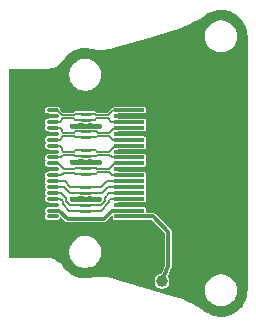
<source format=gbr>
%TF.GenerationSoftware,KiCad,Pcbnew,8.99.0-344-gfbc433deaa*%
%TF.CreationDate,2024-04-11T02:15:12-04:00*%
%TF.ProjectId,typeA,74797065-412e-46b6-9963-61645f706362,rev?*%
%TF.SameCoordinates,Original*%
%TF.FileFunction,Copper,L1,Top*%
%TF.FilePolarity,Positive*%
%FSLAX46Y46*%
G04 Gerber Fmt 4.6, Leading zero omitted, Abs format (unit mm)*
G04 Created by KiCad (PCBNEW 8.99.0-344-gfbc433deaa) date 2024-04-11 02:15:12*
%MOMM*%
%LPD*%
G01*
G04 APERTURE LIST*
G04 Aperture macros list*
%AMRoundRect*
0 Rectangle with rounded corners*
0 $1 Rounding radius*
0 $2 $3 $4 $5 $6 $7 $8 $9 X,Y pos of 4 corners*
0 Add a 4 corners polygon primitive as box body*
4,1,4,$2,$3,$4,$5,$6,$7,$8,$9,$2,$3,0*
0 Add four circle primitives for the rounded corners*
1,1,$1+$1,$2,$3*
1,1,$1+$1,$4,$5*
1,1,$1+$1,$6,$7*
1,1,$1+$1,$8,$9*
0 Add four rect primitives between the rounded corners*
20,1,$1+$1,$2,$3,$4,$5,0*
20,1,$1+$1,$4,$5,$6,$7,0*
20,1,$1+$1,$6,$7,$8,$9,0*
20,1,$1+$1,$8,$9,$2,$3,0*%
G04 Aperture macros list end*
%TA.AperFunction,SMDPad,CuDef*%
%ADD10RoundRect,0.075000X-1.225000X-0.075000X1.225000X-0.075000X1.225000X0.075000X-1.225000X0.075000X0*%
%TD*%
%TA.AperFunction,ComponentPad*%
%ADD11O,3.300000X1.500000*%
%TD*%
%TA.AperFunction,ComponentPad*%
%ADD12O,2.300000X1.500000*%
%TD*%
%TA.AperFunction,SMDPad,CuDef*%
%ADD13RoundRect,0.325000X-0.325000X-0.675000X0.325000X-0.675000X0.325000X0.675000X-0.325000X0.675000X0*%
%TD*%
%TA.AperFunction,SMDPad,CuDef*%
%ADD14RoundRect,0.075000X-0.425000X0.075000X-0.425000X-0.075000X0.425000X-0.075000X0.425000X0.075000X0*%
%TD*%
%TA.AperFunction,SMDPad,CuDef*%
%ADD15RoundRect,0.062500X-0.250000X0.062500X-0.250000X-0.062500X0.250000X-0.062500X0.250000X0.062500X0*%
%TD*%
%TA.AperFunction,SMDPad,CuDef*%
%ADD16RoundRect,0.112500X-0.175000X0.112500X-0.175000X-0.112500X0.175000X-0.112500X0.175000X0.112500X0*%
%TD*%
%TA.AperFunction,SMDPad,CuDef*%
%ADD17RoundRect,0.112500X-0.237500X0.112500X-0.237500X-0.112500X0.237500X-0.112500X0.237500X0.112500X0*%
%TD*%
%TA.AperFunction,SMDPad,CuDef*%
%ADD18C,1.000000*%
%TD*%
%TA.AperFunction,ViaPad*%
%ADD19C,0.450000*%
%TD*%
%TA.AperFunction,Conductor*%
%ADD20C,0.254000*%
%TD*%
%TA.AperFunction,Conductor*%
%ADD21C,0.127000*%
%TD*%
%TA.AperFunction,Conductor*%
%ADD22C,0.304800*%
%TD*%
%TA.AperFunction,Conductor*%
%ADD23C,0.406400*%
%TD*%
G04 APERTURE END LIST*
D10*
%TO.P,J1,1,D2+*%
%TO.N,TMDS2+*%
X173995000Y-93500000D03*
%TO.P,J1,2,D2S*%
%TO.N,GND*%
X173995000Y-94000000D03*
%TO.P,J1,3,D2-*%
%TO.N,TMDS2-*%
X173995000Y-94500000D03*
%TO.P,J1,4,D1+*%
%TO.N,TMDS1+*%
X173995000Y-95000000D03*
%TO.P,J1,5,D1S*%
%TO.N,GND*%
X173995000Y-95500000D03*
%TO.P,J1,6,D1-*%
%TO.N,TMDS1-*%
X173995000Y-96000000D03*
%TO.P,J1,7,D0+*%
%TO.N,TMDS0+*%
X173995000Y-96500000D03*
%TO.P,J1,8,D0S*%
%TO.N,GND*%
X173995000Y-97000000D03*
%TO.P,J1,9,D0-*%
%TO.N,TMDS0-*%
X173995000Y-97500000D03*
%TO.P,J1,10,CK+*%
%TO.N,TMDSClk+*%
X173995000Y-98000000D03*
%TO.P,J1,11,CKS*%
%TO.N,GND*%
X173995000Y-98500000D03*
%TO.P,J1,12,CK-*%
%TO.N,TMDSClk-*%
X173995000Y-99000000D03*
%TO.P,J1,13,CEC*%
%TO.N,CEC*%
X173995000Y-99500000D03*
%TO.P,J1,14,UTILITY*%
%TO.N,UTL*%
X173995000Y-100000000D03*
%TO.P,J1,15,SCL*%
%TO.N,SCL*%
X173995000Y-100500000D03*
%TO.P,J1,16,SDA*%
%TO.N,SDA*%
X173995000Y-101000000D03*
%TO.P,J1,17,GND*%
%TO.N,GND*%
X173995000Y-101500000D03*
%TO.P,J1,18,+5V*%
%TO.N,+5V*%
X173995000Y-102000000D03*
%TO.P,J1,19,HPD*%
%TO.N,Net-(J1-HPD)*%
X173995000Y-102500000D03*
D11*
%TO.P,J1,SH,SH*%
%TO.N,GND*%
X174755000Y-90750000D03*
X174755000Y-105250000D03*
D12*
X180715000Y-90750000D03*
X180715000Y-105250000D03*
%TD*%
D13*
%TO.P,J2,MP2,MP2*%
%TO.N,GND*%
X164800000Y-104800000D03*
%TO.P,J2,MP1,MP1*%
X164800000Y-91200000D03*
D14*
%TO.P,J2,19,19*%
%TO.N,unconnected-(J2-Pad19)*%
X167500000Y-102500000D03*
%TO.P,J2,18,18*%
%TO.N,+5V*%
X167500000Y-102000000D03*
%TO.P,J2,17,17*%
%TO.N,GND*%
X167500000Y-101500000D03*
%TO.P,J2,16,16*%
%TO.N,SDA*%
X167500000Y-101000000D03*
%TO.P,J2,15,15*%
%TO.N,SCL*%
X167500000Y-100500000D03*
%TO.P,J2,14,14*%
%TO.N,UTL*%
X167500000Y-100000000D03*
%TO.P,J2,13,13*%
%TO.N,CEC*%
X167500000Y-99500000D03*
%TO.P,J2,12,12*%
%TO.N,TMDSClk-*%
X167500000Y-99000000D03*
%TO.P,J2,11,11*%
%TO.N,GND*%
X167500000Y-98500000D03*
%TO.P,J2,10,10*%
%TO.N,TMDSClk+*%
X167500000Y-98000000D03*
%TO.P,J2,9,9*%
%TO.N,TMDS0-*%
X167500000Y-97500000D03*
%TO.P,J2,8,8*%
%TO.N,GND*%
X167500000Y-97000000D03*
%TO.P,J2,7,7*%
%TO.N,TMDS0+*%
X167500000Y-96500000D03*
%TO.P,J2,6,6*%
%TO.N,TMDS1-*%
X167500000Y-96000000D03*
%TO.P,J2,5,5*%
%TO.N,GND*%
X167500000Y-95500000D03*
%TO.P,J2,4,4*%
%TO.N,TMDS1+*%
X167500000Y-95000000D03*
%TO.P,J2,3,3*%
%TO.N,TMDS2-*%
X167500000Y-94500000D03*
%TO.P,J2,2,2*%
%TO.N,GND*%
X167500000Y-94000000D03*
%TO.P,J2,1,1*%
%TO.N,TMDS2+*%
X167500000Y-93500000D03*
%TD*%
D15*
%TO.P,U1,10,NC*%
%TO.N,TMDS2+*%
X170637500Y-93800000D03*
%TO.P,U1,9,NC*%
%TO.N,TMDS2-*%
X170637500Y-94300000D03*
D16*
%TO.P,U1,8,VSS*%
%TO.N,GND*%
X170662500Y-94800000D03*
D15*
%TO.P,U1,7,NC*%
%TO.N,TMDS1+*%
X170637500Y-95300000D03*
%TO.P,U1,6,NC*%
%TO.N,TMDS1-*%
X170637500Y-95800000D03*
%TO.P,U1,5*%
X169862500Y-95800000D03*
%TO.P,U1,4*%
%TO.N,TMDS1+*%
X169862500Y-95300000D03*
D17*
%TO.P,U1,3,VSS*%
%TO.N,GND*%
X169900000Y-94800000D03*
D15*
%TO.P,U1,2*%
%TO.N,TMDS2-*%
X169862500Y-94300000D03*
%TO.P,U1,1*%
%TO.N,TMDS2+*%
X169862500Y-93800000D03*
%TD*%
%TO.P,U3,10,NC*%
%TO.N,CEC*%
X170625000Y-100000000D03*
%TO.P,U3,9,NC*%
%TO.N,UTL*%
X170625000Y-100500000D03*
D16*
%TO.P,U3,8,VSS*%
%TO.N,GND*%
X170650000Y-101000000D03*
D15*
%TO.P,U3,7,NC*%
%TO.N,SCL*%
X170625000Y-101500000D03*
%TO.P,U3,6,NC*%
%TO.N,SDA*%
X170625000Y-102000000D03*
%TO.P,U3,5*%
X169850000Y-102000000D03*
%TO.P,U3,4*%
%TO.N,SCL*%
X169850000Y-101500000D03*
D17*
%TO.P,U3,3,VSS*%
%TO.N,GND*%
X169887500Y-101000000D03*
D15*
%TO.P,U3,2*%
%TO.N,UTL*%
X169850000Y-100500000D03*
%TO.P,U3,1*%
%TO.N,CEC*%
X169850000Y-100000000D03*
%TD*%
D18*
%TO.P,HPD1,1,1*%
%TO.N,Net-(J1-HPD)*%
X176750000Y-108000000D03*
%TD*%
D15*
%TO.P,U2,1*%
%TO.N,TMDS0+*%
X169875000Y-96900000D03*
%TO.P,U2,2*%
%TO.N,TMDS0-*%
X169875000Y-97400000D03*
D17*
%TO.P,U2,3,VSS*%
%TO.N,GND*%
X169912500Y-97900000D03*
D15*
%TO.P,U2,4*%
%TO.N,TMDSClk+*%
X169875000Y-98400000D03*
%TO.P,U2,5*%
%TO.N,TMDSClk-*%
X169875000Y-98900000D03*
%TO.P,U2,6,NC*%
X170650000Y-98900000D03*
%TO.P,U2,7,NC*%
%TO.N,TMDSClk+*%
X170650000Y-98400000D03*
D16*
%TO.P,U2,8,VSS*%
%TO.N,GND*%
X170675000Y-97900000D03*
D15*
%TO.P,U2,9,NC*%
%TO.N,TMDS0-*%
X170650000Y-97400000D03*
%TO.P,U2,10,NC*%
%TO.N,TMDS0+*%
X170650000Y-96900000D03*
%TD*%
D19*
%TO.N,GND*%
X172218582Y-88957750D03*
X178903314Y-86844415D03*
X183310000Y-88840000D03*
X183260000Y-106960000D03*
X178660000Y-88810000D03*
X176470000Y-89400000D03*
X172100000Y-91760000D03*
X168480000Y-91940000D03*
X166190000Y-92440000D03*
X166130000Y-105130000D03*
X166100000Y-90430000D03*
X164850000Y-94780000D03*
X164850000Y-97330000D03*
X164830000Y-99920000D03*
X165530000Y-102750000D03*
X174490000Y-92380000D03*
X179200000Y-91750000D03*
X183170000Y-93670000D03*
X179030000Y-96470000D03*
X183180000Y-98890000D03*
X179160000Y-101250000D03*
X183330000Y-104500000D03*
X179020000Y-106260000D03*
X178390000Y-108690000D03*
X173070000Y-106920000D03*
X175440000Y-103430000D03*
X172130000Y-103910000D03*
X168220000Y-103810000D03*
X175700000Y-101500000D03*
X175700000Y-98500000D03*
X175700000Y-97000000D03*
X175700000Y-95500000D03*
X175700000Y-94000000D03*
X166600000Y-94000000D03*
X166600000Y-95500000D03*
X166600000Y-97000000D03*
X166600000Y-98500000D03*
X166600000Y-101500000D03*
X171400000Y-101000000D03*
X169100000Y-101000000D03*
X171400000Y-97900000D03*
X169100000Y-97900000D03*
X169100000Y-94800000D03*
X171400000Y-94800000D03*
%TD*%
D20*
%TO.N,SDA*%
X169850000Y-102000000D02*
X170625000Y-102000000D01*
%TO.N,SCL*%
X169850000Y-101500000D02*
X170625000Y-101500000D01*
%TO.N,UTL*%
X169850000Y-100500000D02*
X170625000Y-100500000D01*
%TO.N,CEC*%
X169850000Y-100000000D02*
X170625000Y-100000000D01*
%TO.N,TMDS2+*%
X169862500Y-93800000D02*
X170637500Y-93800000D01*
%TO.N,TMDS2-*%
X169862500Y-94300000D02*
X170637500Y-94300000D01*
%TO.N,TMDS1+*%
X169862500Y-95300000D02*
X170637500Y-95300000D01*
%TO.N,TMDS1-*%
X169862500Y-95800000D02*
X170637500Y-95800000D01*
%TO.N,TMDS0+*%
X169875000Y-96900000D02*
X170650000Y-96900000D01*
%TO.N,TMDS0-*%
X169875000Y-97400000D02*
X170650000Y-97400000D01*
%TO.N,TMDSClk-*%
X169875000Y-98900000D02*
X170650000Y-98900000D01*
%TO.N,TMDSClk+*%
X169875000Y-98400000D02*
X170650000Y-98400000D01*
D21*
%TO.N,TMDSClk-*%
X169300000Y-98800000D02*
X169400000Y-98900000D01*
X169400000Y-98900000D02*
X169875000Y-98900000D01*
X168220000Y-99000000D02*
X168420000Y-98800000D01*
X168420000Y-98800000D02*
X169300000Y-98800000D01*
X167500000Y-99000000D02*
X168220000Y-99000000D01*
D22*
%TO.N,Net-(J1-HPD)*%
X173995000Y-102500000D02*
X176000000Y-102500000D01*
X176000000Y-102500000D02*
X177300000Y-103800000D01*
X177300000Y-103800000D02*
X177300000Y-106700000D01*
X177300000Y-106700000D02*
X176750000Y-108000000D01*
D21*
%TO.N,TMDSClk+*%
X167920000Y-98000000D02*
X167500000Y-98000000D01*
X168420000Y-98500000D02*
X167920000Y-98000000D01*
X169300000Y-98500000D02*
X168420000Y-98500000D01*
X169875000Y-98400000D02*
X169400000Y-98400000D01*
X169400000Y-98400000D02*
X169300000Y-98500000D01*
%TO.N,TMDS1+*%
X172700000Y-95000000D02*
X173995000Y-95000000D01*
X172254000Y-95446000D02*
X172700000Y-95000000D01*
X171154000Y-95300000D02*
X171300000Y-95446000D01*
X170637500Y-95300000D02*
X171154000Y-95300000D01*
X171300000Y-95446000D02*
X172254000Y-95446000D01*
%TO.N,TMDS1-*%
X171200000Y-95800000D02*
X170637500Y-95800000D01*
X171300000Y-95700000D02*
X171200000Y-95800000D01*
X172560000Y-96000000D02*
X172260000Y-95700000D01*
X173995000Y-96000000D02*
X172560000Y-96000000D01*
X172260000Y-95700000D02*
X171300000Y-95700000D01*
%TO.N,TMDSClk-*%
X171130000Y-98900000D02*
X170650000Y-98900000D01*
X172300000Y-98760000D02*
X171270000Y-98760000D01*
X172540000Y-99000000D02*
X172300000Y-98760000D01*
X173995000Y-99000000D02*
X172540000Y-99000000D01*
X171270000Y-98760000D02*
X171130000Y-98900000D01*
%TO.N,TMDSClk+*%
X172790000Y-98000000D02*
X173995000Y-98000000D01*
X171154000Y-98400000D02*
X171254000Y-98500000D01*
X172290000Y-98500000D02*
X172790000Y-98000000D01*
X170650000Y-98400000D02*
X171154000Y-98400000D01*
X171254000Y-98500000D02*
X172290000Y-98500000D01*
%TO.N,TMDS0+*%
X172760000Y-96500000D02*
X173995000Y-96500000D01*
X171154000Y-96900000D02*
X171274000Y-97020000D01*
X171274000Y-97020000D02*
X172240000Y-97020000D01*
X170650000Y-96900000D02*
X171154000Y-96900000D01*
X172240000Y-97020000D02*
X172760000Y-96500000D01*
%TO.N,TMDS0-*%
X172260000Y-97280000D02*
X171280000Y-97280000D01*
X171280000Y-97280000D02*
X171160000Y-97400000D01*
X172480000Y-97500000D02*
X172260000Y-97280000D01*
X171160000Y-97400000D02*
X170650000Y-97400000D01*
X173995000Y-97500000D02*
X172480000Y-97500000D01*
D22*
%TO.N,GND*%
X173995000Y-101500000D02*
X175700000Y-101500000D01*
X173995000Y-98500000D02*
X175700000Y-98500000D01*
X173995000Y-97000000D02*
X175700000Y-97000000D01*
X173995000Y-95500000D02*
X175700000Y-95500000D01*
X173995000Y-94000000D02*
X175700000Y-94000000D01*
X167500000Y-94000000D02*
X166600000Y-94000000D01*
X167500000Y-95500000D02*
X166600000Y-95500000D01*
X167500000Y-97000000D02*
X166600000Y-97000000D01*
X167500000Y-98500000D02*
X166600000Y-98500000D01*
X167500000Y-101500000D02*
X166600000Y-101500000D01*
D21*
%TO.N,TMDS2-*%
X171100000Y-94300000D02*
X170637500Y-94300000D01*
X171200000Y-94200000D02*
X171100000Y-94300000D01*
X172153144Y-94200000D02*
X171200000Y-94200000D01*
X172453144Y-94500000D02*
X172153144Y-94200000D01*
X173995000Y-94500000D02*
X172453144Y-94500000D01*
%TO.N,TMDS2+*%
X172154177Y-93946000D02*
X172600177Y-93500000D01*
X172600177Y-93500000D02*
X173995000Y-93500000D01*
X171054000Y-93800000D02*
X171200000Y-93946000D01*
X170637500Y-93800000D02*
X171054000Y-93800000D01*
X171200000Y-93946000D02*
X172154177Y-93946000D01*
X169446000Y-93800000D02*
X169862500Y-93800000D01*
X169300000Y-93946000D02*
X169446000Y-93800000D01*
X168323552Y-93946000D02*
X169300000Y-93946000D01*
X167500000Y-93500000D02*
X167877552Y-93500000D01*
X167877552Y-93500000D02*
X168323552Y-93946000D01*
%TO.N,TMDS2-*%
X169400000Y-94300000D02*
X169862500Y-94300000D01*
X169300000Y-94200000D02*
X169400000Y-94300000D01*
X168400000Y-94200000D02*
X169300000Y-94200000D01*
X168100000Y-94500000D02*
X168400000Y-94200000D01*
X167500000Y-94500000D02*
X168100000Y-94500000D01*
%TO.N,TMDS1+*%
X168130261Y-95000000D02*
X167500000Y-95000000D01*
X168275532Y-95275532D02*
X168275532Y-95145271D01*
X168400000Y-95400000D02*
X168275532Y-95275532D01*
X169400000Y-95300000D02*
X169300000Y-95400000D01*
X169862500Y-95300000D02*
X169400000Y-95300000D01*
X169300000Y-95400000D02*
X168400000Y-95400000D01*
X168275532Y-95145271D02*
X168130261Y-95000000D01*
%TO.N,TMDS1-*%
X169300000Y-95700000D02*
X169400000Y-95800000D01*
X168400000Y-95700000D02*
X169300000Y-95700000D01*
X168100000Y-96000000D02*
X168400000Y-95700000D01*
X169400000Y-95800000D02*
X169862500Y-95800000D01*
X167500000Y-96000000D02*
X168100000Y-96000000D01*
%TO.N,TMDS0+*%
X168300000Y-96700000D02*
X168100000Y-96500000D01*
X168100000Y-96500000D02*
X167500000Y-96500000D01*
X168300000Y-96900000D02*
X168300000Y-96700000D01*
X169300000Y-97000000D02*
X168400000Y-97000000D01*
X168400000Y-97000000D02*
X168300000Y-96900000D01*
X169400000Y-96900000D02*
X169300000Y-97000000D01*
X169875000Y-96900000D02*
X169400000Y-96900000D01*
%TO.N,TMDS0-*%
X169400000Y-97400000D02*
X169875000Y-97400000D01*
X168400000Y-97300000D02*
X169300000Y-97300000D01*
X168200000Y-97500000D02*
X168400000Y-97300000D01*
X169300000Y-97300000D02*
X169400000Y-97400000D01*
X167500000Y-97500000D02*
X168200000Y-97500000D01*
%TO.N,SDA*%
X168900000Y-102000000D02*
X169850000Y-102000000D01*
X168146000Y-101000000D02*
X168346000Y-101200000D01*
X168346000Y-101446000D02*
X168900000Y-102000000D01*
X167500000Y-101000000D02*
X168146000Y-101000000D01*
X168346000Y-101200000D02*
X168346000Y-101446000D01*
X172300000Y-101300000D02*
X171600000Y-102000000D01*
X171600000Y-102000000D02*
X170625000Y-102000000D01*
X172400000Y-101000000D02*
X172300000Y-101100000D01*
X172300000Y-101100000D02*
X172300000Y-101300000D01*
X173995000Y-101000000D02*
X172400000Y-101000000D01*
%TO.N,SCL*%
X171600000Y-101500000D02*
X170625000Y-101500000D01*
X171900000Y-100900000D02*
X171900000Y-101200000D01*
X171900000Y-101200000D02*
X171600000Y-101500000D01*
X172300000Y-100500000D02*
X171900000Y-100900000D01*
X173995000Y-100500000D02*
X172300000Y-100500000D01*
X168944512Y-101500000D02*
X169850000Y-101500000D01*
X168636500Y-101191988D02*
X168944512Y-101500000D01*
X168636500Y-100936500D02*
X168636500Y-101191988D01*
X168200000Y-100500000D02*
X168636500Y-100936500D01*
X167500000Y-100500000D02*
X168200000Y-100500000D01*
D23*
%TO.N,GND*%
X170650000Y-101000000D02*
X171400000Y-101000000D01*
X169887500Y-101000000D02*
X169100000Y-101000000D01*
D21*
%TO.N,CEC*%
X171600000Y-100000000D02*
X170625000Y-100000000D01*
X173995000Y-99500000D02*
X172100000Y-99500000D01*
X172100000Y-99500000D02*
X171600000Y-100000000D01*
X169000000Y-100000000D02*
X169850000Y-100000000D01*
X168500000Y-99500000D02*
X169000000Y-100000000D01*
X167500000Y-99500000D02*
X168500000Y-99500000D01*
%TO.N,UTL*%
X171700000Y-100500000D02*
X170625000Y-100500000D01*
X172200000Y-100000000D02*
X171700000Y-100500000D01*
X173995000Y-100000000D02*
X172200000Y-100000000D01*
X168440790Y-100000000D02*
X168940790Y-100500000D01*
X167500000Y-100000000D02*
X168440790Y-100000000D01*
X168940790Y-100500000D02*
X169850000Y-100500000D01*
D22*
%TO.N,+5V*%
X171800000Y-102700000D02*
X172500000Y-102000000D01*
X168750000Y-102700000D02*
X171800000Y-102700000D01*
X168050000Y-102000000D02*
X168750000Y-102700000D01*
X167500000Y-102000000D02*
X168050000Y-102000000D01*
X172500000Y-102000000D02*
X173995000Y-102000000D01*
D23*
%TO.N,GND*%
X170675000Y-97900000D02*
X171400000Y-97900000D01*
X169912500Y-97900000D02*
X169100000Y-97900000D01*
X169900000Y-94800000D02*
X169100000Y-94800000D01*
X170662500Y-94800000D02*
X171400000Y-94800000D01*
X169900000Y-94800000D02*
X170662500Y-94800000D01*
X169912500Y-97900000D02*
X170675000Y-97900000D01*
X169887500Y-101000000D02*
X170650000Y-101000000D01*
%TD*%
%TA.AperFunction,Conductor*%
%TO.N,GND*%
G36*
X181974384Y-85015970D02*
G01*
X181981964Y-85016745D01*
X182245485Y-85060085D01*
X182252937Y-85061785D01*
X182329940Y-85084380D01*
X182509187Y-85136976D01*
X182516371Y-85139570D01*
X182761536Y-85245498D01*
X182768351Y-85248951D01*
X182998737Y-85384018D01*
X183005075Y-85388275D01*
X183217249Y-85550466D01*
X183223028Y-85555473D01*
X183413793Y-85742345D01*
X183418918Y-85748019D01*
X183585448Y-85956802D01*
X183589841Y-85963060D01*
X183729627Y-86190609D01*
X183733223Y-86197357D01*
X183844173Y-86440265D01*
X183846919Y-86447402D01*
X183927380Y-86702053D01*
X183929233Y-86709471D01*
X183977996Y-86972031D01*
X183978930Y-86979620D01*
X183995383Y-87248090D01*
X183995500Y-87251913D01*
X183995500Y-108748086D01*
X183995383Y-108751909D01*
X183978930Y-109020379D01*
X183977996Y-109027968D01*
X183929233Y-109290528D01*
X183927380Y-109297946D01*
X183846919Y-109552597D01*
X183844173Y-109559734D01*
X183733223Y-109802642D01*
X183729627Y-109809390D01*
X183589841Y-110036939D01*
X183585448Y-110043197D01*
X183418918Y-110251980D01*
X183413793Y-110257654D01*
X183223028Y-110444526D01*
X183217249Y-110449533D01*
X183005080Y-110611721D01*
X182998733Y-110615984D01*
X182768354Y-110751046D01*
X182761533Y-110754503D01*
X182516377Y-110860426D01*
X182509185Y-110863023D01*
X182252937Y-110938214D01*
X182245483Y-110939914D01*
X181981978Y-110983252D01*
X181974371Y-110984030D01*
X181707526Y-110994867D01*
X181699881Y-110994709D01*
X181433722Y-110972881D01*
X181426156Y-110971791D01*
X181367381Y-110959617D01*
X181164651Y-110917625D01*
X181157273Y-110915619D01*
X180904343Y-110829927D01*
X180897264Y-110827035D01*
X180656685Y-110711095D01*
X180650014Y-110707360D01*
X180423823Y-110561902D01*
X180420671Y-110559737D01*
X180230176Y-110420058D01*
X180230162Y-110420049D01*
X179830593Y-110161091D01*
X179830584Y-110161086D01*
X179830575Y-110161080D01*
X179416713Y-109925568D01*
X179416705Y-109925564D01*
X179416698Y-109925560D01*
X179416696Y-109925559D01*
X178989965Y-109714301D01*
X178551749Y-109527984D01*
X178240662Y-109416419D01*
X178103523Y-109367237D01*
X177988394Y-109333296D01*
X177931223Y-109316441D01*
X177931215Y-109316438D01*
X177875151Y-109299910D01*
X177827808Y-109285953D01*
X177827797Y-109285951D01*
X176370289Y-108856284D01*
X180399500Y-108856284D01*
X180399501Y-108856300D01*
X180432753Y-109066240D01*
X180432753Y-109066241D01*
X180498442Y-109268410D01*
X180498446Y-109268418D01*
X180594949Y-109457817D01*
X180719897Y-109629794D01*
X180870205Y-109780102D01*
X181042182Y-109905050D01*
X181042184Y-109905051D01*
X181231588Y-110001557D01*
X181433757Y-110067246D01*
X181522244Y-110081261D01*
X181643699Y-110100498D01*
X181643705Y-110100498D01*
X181643713Y-110100500D01*
X181643715Y-110100500D01*
X181856285Y-110100500D01*
X181856287Y-110100500D01*
X182066243Y-110067246D01*
X182268412Y-110001557D01*
X182457816Y-109905051D01*
X182629792Y-109780104D01*
X182780104Y-109629792D01*
X182905051Y-109457816D01*
X183001557Y-109268412D01*
X183067246Y-109066243D01*
X183100500Y-108856287D01*
X183100500Y-108643713D01*
X183067246Y-108433757D01*
X183001557Y-108231588D01*
X182905051Y-108042184D01*
X182780104Y-107870208D01*
X182780102Y-107870205D01*
X182629794Y-107719897D01*
X182457817Y-107594949D01*
X182268418Y-107498446D01*
X182268410Y-107498442D01*
X182066241Y-107432753D01*
X181856300Y-107399501D01*
X181856288Y-107399500D01*
X181856287Y-107399500D01*
X181643713Y-107399500D01*
X181643711Y-107399500D01*
X181643699Y-107399501D01*
X181433759Y-107432753D01*
X181433758Y-107432753D01*
X181231589Y-107498442D01*
X181231581Y-107498446D01*
X181042182Y-107594949D01*
X180870205Y-107719897D01*
X180719897Y-107870205D01*
X180594949Y-108042182D01*
X180498446Y-108231581D01*
X180498442Y-108231589D01*
X180432753Y-108433758D01*
X180432753Y-108433759D01*
X180399501Y-108643699D01*
X180399500Y-108643715D01*
X180399500Y-108856284D01*
X176370289Y-108856284D01*
X174101647Y-108187498D01*
X172672673Y-107766242D01*
X172672670Y-107766241D01*
X172670018Y-107765460D01*
X172670016Y-107765459D01*
X172626972Y-107752771D01*
X172626971Y-107752770D01*
X172626969Y-107752770D01*
X172573351Y-107736963D01*
X172573280Y-107736948D01*
X172474528Y-107707823D01*
X172163097Y-107644028D01*
X171847434Y-107606785D01*
X171847430Y-107606784D01*
X171847424Y-107606784D01*
X171847416Y-107606783D01*
X171847406Y-107606783D01*
X171529719Y-107596347D01*
X171529715Y-107596347D01*
X171212281Y-107612796D01*
X170897337Y-107656015D01*
X170744127Y-107690459D01*
X170740417Y-107691176D01*
X170709989Y-107696106D01*
X170478405Y-107733626D01*
X170470898Y-107734380D01*
X170207602Y-107744873D01*
X170200058Y-107744718D01*
X169937406Y-107723407D01*
X169929937Y-107722344D01*
X169671770Y-107669540D01*
X169664483Y-107667585D01*
X169414557Y-107584055D01*
X169407559Y-107581236D01*
X169169520Y-107468202D01*
X169162912Y-107464560D01*
X169060086Y-107399501D01*
X168940222Y-107323661D01*
X168934111Y-107319256D01*
X168730028Y-107152555D01*
X168724486Y-107147441D01*
X168541967Y-106957353D01*
X168537080Y-106951606D01*
X168377655Y-106739389D01*
X168375480Y-106736304D01*
X168349069Y-106696334D01*
X168348482Y-106695595D01*
X168312050Y-106640527D01*
X168312046Y-106640522D01*
X168157152Y-106465619D01*
X167979206Y-106314214D01*
X167781750Y-106189320D01*
X167781748Y-106189319D01*
X167568706Y-106093417D01*
X167568704Y-106093416D01*
X167568701Y-106093415D01*
X167344289Y-106028404D01*
X167112968Y-105995576D01*
X167112966Y-105995575D01*
X167112959Y-105995575D01*
X167052954Y-105995536D01*
X167052584Y-105995500D01*
X167046779Y-105995500D01*
X163906156Y-105995500D01*
X163893962Y-105994299D01*
X163856512Y-105986849D01*
X163833983Y-105977517D01*
X163807453Y-105959790D01*
X163790209Y-105942546D01*
X163772482Y-105916016D01*
X163763150Y-105893486D01*
X163755701Y-105856036D01*
X163754500Y-105843843D01*
X163754500Y-105606284D01*
X168899500Y-105606284D01*
X168899501Y-105606300D01*
X168932753Y-105816240D01*
X168932753Y-105816241D01*
X168998442Y-106018410D01*
X168998446Y-106018418D01*
X169094949Y-106207817D01*
X169219897Y-106379794D01*
X169370205Y-106530102D01*
X169542182Y-106655050D01*
X169542184Y-106655051D01*
X169731588Y-106751557D01*
X169933757Y-106817246D01*
X170022244Y-106831261D01*
X170143699Y-106850498D01*
X170143705Y-106850498D01*
X170143713Y-106850500D01*
X170143715Y-106850500D01*
X170356285Y-106850500D01*
X170356287Y-106850500D01*
X170566243Y-106817246D01*
X170768412Y-106751557D01*
X170957816Y-106655051D01*
X171129792Y-106530104D01*
X171280104Y-106379792D01*
X171405051Y-106207816D01*
X171501557Y-106018412D01*
X171567246Y-105816243D01*
X171600500Y-105606287D01*
X171600500Y-105393713D01*
X171567246Y-105183757D01*
X171501557Y-104981588D01*
X171405051Y-104792184D01*
X171280104Y-104620208D01*
X171280102Y-104620205D01*
X171129794Y-104469897D01*
X170957817Y-104344949D01*
X170768418Y-104248446D01*
X170768410Y-104248442D01*
X170566241Y-104182753D01*
X170356300Y-104149501D01*
X170356288Y-104149500D01*
X170356287Y-104149500D01*
X170143713Y-104149500D01*
X170143711Y-104149500D01*
X170143699Y-104149501D01*
X169933759Y-104182753D01*
X169933758Y-104182753D01*
X169731589Y-104248442D01*
X169731581Y-104248446D01*
X169542182Y-104344949D01*
X169370205Y-104469897D01*
X169219897Y-104620205D01*
X169094949Y-104792182D01*
X168998446Y-104981581D01*
X168998442Y-104981589D01*
X168932753Y-105183758D01*
X168932753Y-105183759D01*
X168899501Y-105393699D01*
X168899500Y-105393715D01*
X168899500Y-105606284D01*
X163754500Y-105606284D01*
X163754500Y-102594944D01*
X166872500Y-102594944D01*
X166884248Y-102654010D01*
X166884249Y-102654012D01*
X166929006Y-102720994D01*
X166995988Y-102765751D01*
X167055056Y-102777500D01*
X167055057Y-102777500D01*
X167944943Y-102777500D01*
X167944944Y-102777500D01*
X168004012Y-102765751D01*
X168070994Y-102720994D01*
X168115751Y-102654012D01*
X168124864Y-102608195D01*
X168151438Y-102568423D01*
X168198354Y-102559090D01*
X168230356Y-102576195D01*
X168375154Y-102720993D01*
X168578137Y-102923976D01*
X168599411Y-102936257D01*
X168614987Y-102945250D01*
X168614988Y-102945251D01*
X168641963Y-102960825D01*
X168713144Y-102979899D01*
X168713150Y-102979900D01*
X171836850Y-102979900D01*
X171836855Y-102979899D01*
X171858002Y-102974232D01*
X171908037Y-102960825D01*
X171971862Y-102923976D01*
X172460807Y-102435031D01*
X172505000Y-102416726D01*
X172549194Y-102435032D01*
X172567500Y-102479226D01*
X172567500Y-102594944D01*
X172579248Y-102654010D01*
X172579249Y-102654012D01*
X172624006Y-102720994D01*
X172690988Y-102765751D01*
X172750056Y-102777500D01*
X173940965Y-102777500D01*
X173957145Y-102779631D01*
X173958146Y-102779899D01*
X173958150Y-102779900D01*
X175858174Y-102779900D01*
X175902368Y-102798206D01*
X177001794Y-103897632D01*
X177020100Y-103941826D01*
X177020100Y-106630550D01*
X177015160Y-106654902D01*
X177015097Y-106655051D01*
X176804614Y-107152558D01*
X176727701Y-107334352D01*
X176693623Y-107367921D01*
X176677440Y-107371076D01*
X176677558Y-107372045D01*
X176673805Y-107372500D01*
X176525850Y-107408968D01*
X176390921Y-107479783D01*
X176276861Y-107580832D01*
X176276857Y-107580836D01*
X176190296Y-107706240D01*
X176136258Y-107848729D01*
X176136257Y-107848733D01*
X176117891Y-107999996D01*
X176117891Y-108000003D01*
X176136257Y-108151266D01*
X176136258Y-108151270D01*
X176136258Y-108151271D01*
X176136259Y-108151274D01*
X176163074Y-108221979D01*
X176190296Y-108293759D01*
X176276857Y-108419163D01*
X176276860Y-108419166D01*
X176390921Y-108520216D01*
X176525851Y-108591032D01*
X176673808Y-108627500D01*
X176673810Y-108627500D01*
X176826190Y-108627500D01*
X176826192Y-108627500D01*
X176974149Y-108591032D01*
X177109079Y-108520216D01*
X177223140Y-108419166D01*
X177309705Y-108293756D01*
X177363741Y-108151274D01*
X177382109Y-108000000D01*
X177373670Y-107930502D01*
X177363742Y-107848733D01*
X177363741Y-107848729D01*
X177363741Y-107848726D01*
X177309705Y-107706244D01*
X177247669Y-107616371D01*
X177237630Y-107569603D01*
X177241543Y-107556522D01*
X177549543Y-106828524D01*
X177552966Y-106821647D01*
X177560825Y-106808037D01*
X177564217Y-106795374D01*
X177567024Y-106787205D01*
X177572137Y-106775123D01*
X177574305Y-106759553D01*
X177575832Y-106752028D01*
X177579900Y-106736850D01*
X177579900Y-106723737D01*
X177580498Y-106715112D01*
X177582307Y-106702130D01*
X177580375Y-106686547D01*
X177579900Y-106678857D01*
X177579900Y-103763150D01*
X177579899Y-103763144D01*
X177569763Y-103725319D01*
X177560825Y-103691963D01*
X177523976Y-103628138D01*
X177471862Y-103576024D01*
X176171862Y-102276024D01*
X176147906Y-102262193D01*
X176108042Y-102239177D01*
X176108034Y-102239174D01*
X176036855Y-102220100D01*
X176036850Y-102220100D01*
X175473762Y-102220100D01*
X175429568Y-102201794D01*
X175411262Y-102157600D01*
X175412463Y-102145408D01*
X175420163Y-102106694D01*
X175422500Y-102094944D01*
X175422500Y-101905056D01*
X175410751Y-101845988D01*
X175365994Y-101779006D01*
X175299012Y-101734249D01*
X175299010Y-101734248D01*
X175239944Y-101722500D01*
X174049035Y-101722500D01*
X174032855Y-101720369D01*
X174031853Y-101720100D01*
X174031850Y-101720100D01*
X173062500Y-101720100D01*
X173018306Y-101701794D01*
X173000000Y-101657600D01*
X173000000Y-101340000D01*
X173018306Y-101295806D01*
X173062500Y-101277500D01*
X175239943Y-101277500D01*
X175239944Y-101277500D01*
X175299012Y-101265751D01*
X175365994Y-101220994D01*
X175410751Y-101154012D01*
X175422500Y-101094944D01*
X175422500Y-100905056D01*
X175410751Y-100845988D01*
X175369815Y-100784724D01*
X175360482Y-100737808D01*
X175369815Y-100715276D01*
X175378400Y-100702427D01*
X175410751Y-100654012D01*
X175422500Y-100594944D01*
X175422500Y-100405056D01*
X175410751Y-100345988D01*
X175369815Y-100284724D01*
X175360482Y-100237808D01*
X175369815Y-100215276D01*
X175378400Y-100202427D01*
X175410751Y-100154012D01*
X175422500Y-100094944D01*
X175422500Y-99905056D01*
X175410751Y-99845988D01*
X175369815Y-99784724D01*
X175360482Y-99737808D01*
X175369815Y-99715276D01*
X175378400Y-99702427D01*
X175410751Y-99654012D01*
X175422500Y-99594944D01*
X175422500Y-99405056D01*
X175410751Y-99345988D01*
X175369815Y-99284724D01*
X175360482Y-99237808D01*
X175369815Y-99215276D01*
X175378400Y-99202427D01*
X175410751Y-99154012D01*
X175422500Y-99094944D01*
X175422500Y-98905056D01*
X175410751Y-98845988D01*
X175365994Y-98779006D01*
X175299012Y-98734249D01*
X175299010Y-98734248D01*
X175239944Y-98722500D01*
X173062500Y-98722500D01*
X173018306Y-98704194D01*
X173000000Y-98660000D01*
X173000000Y-98340000D01*
X173018306Y-98295806D01*
X173062500Y-98277500D01*
X175239943Y-98277500D01*
X175239944Y-98277500D01*
X175299012Y-98265751D01*
X175365994Y-98220994D01*
X175410751Y-98154012D01*
X175422500Y-98094944D01*
X175422500Y-97905056D01*
X175410751Y-97845988D01*
X175369815Y-97784724D01*
X175360482Y-97737808D01*
X175369815Y-97715276D01*
X175378400Y-97702427D01*
X175410751Y-97654012D01*
X175422500Y-97594944D01*
X175422500Y-97405056D01*
X175410751Y-97345988D01*
X175365994Y-97279006D01*
X175299012Y-97234249D01*
X175299010Y-97234248D01*
X175239944Y-97222500D01*
X173062500Y-97222500D01*
X173018306Y-97204194D01*
X173000000Y-97160000D01*
X173000000Y-96840000D01*
X173018306Y-96795806D01*
X173062500Y-96777500D01*
X175239943Y-96777500D01*
X175239944Y-96777500D01*
X175299012Y-96765751D01*
X175365994Y-96720994D01*
X175410751Y-96654012D01*
X175422500Y-96594944D01*
X175422500Y-96405056D01*
X175410751Y-96345988D01*
X175369815Y-96284724D01*
X175360482Y-96237808D01*
X175369815Y-96215276D01*
X175378400Y-96202427D01*
X175410751Y-96154012D01*
X175422500Y-96094944D01*
X175422500Y-95905056D01*
X175410751Y-95845988D01*
X175365994Y-95779006D01*
X175299012Y-95734249D01*
X175299010Y-95734248D01*
X175239944Y-95722500D01*
X173062500Y-95722500D01*
X173018306Y-95704194D01*
X173000000Y-95660000D01*
X173000000Y-95340000D01*
X173018306Y-95295806D01*
X173062500Y-95277500D01*
X175239943Y-95277500D01*
X175239944Y-95277500D01*
X175299012Y-95265751D01*
X175365994Y-95220994D01*
X175410751Y-95154012D01*
X175422500Y-95094944D01*
X175422500Y-94905056D01*
X175410751Y-94845988D01*
X175369815Y-94784724D01*
X175360482Y-94737808D01*
X175369815Y-94715276D01*
X175378400Y-94702427D01*
X175410751Y-94654012D01*
X175422500Y-94594944D01*
X175422500Y-94405056D01*
X175410751Y-94345988D01*
X175365994Y-94279006D01*
X175299012Y-94234249D01*
X175299010Y-94234248D01*
X175239944Y-94222500D01*
X173062500Y-94222500D01*
X173018306Y-94204194D01*
X173000000Y-94160000D01*
X173000000Y-93900000D01*
X172984194Y-93884194D01*
X172965888Y-93840000D01*
X172984194Y-93795806D01*
X173028388Y-93777500D01*
X175239943Y-93777500D01*
X175239944Y-93777500D01*
X175299012Y-93765751D01*
X175365994Y-93720994D01*
X175410751Y-93654012D01*
X175422500Y-93594944D01*
X175422500Y-93405056D01*
X175410751Y-93345988D01*
X175365994Y-93279006D01*
X175299012Y-93234249D01*
X175299010Y-93234248D01*
X175239944Y-93222500D01*
X172750056Y-93222500D01*
X172750055Y-93222500D01*
X172690989Y-93234248D01*
X172690988Y-93234249D01*
X172624004Y-93279007D01*
X172622523Y-93281224D01*
X172620305Y-93282705D01*
X172619653Y-93283358D01*
X172619523Y-93283228D01*
X172582749Y-93307799D01*
X172570557Y-93309000D01*
X172562185Y-93309000D01*
X172491985Y-93338077D01*
X172491982Y-93338079D01*
X172093368Y-93736694D01*
X172049174Y-93755000D01*
X171305003Y-93755000D01*
X171260809Y-93736694D01*
X171162194Y-93638079D01*
X171162193Y-93638078D01*
X171091992Y-93609000D01*
X171091991Y-93609000D01*
X171056135Y-93609000D01*
X171021413Y-93598467D01*
X170961634Y-93558524D01*
X170961633Y-93558523D01*
X170906212Y-93547500D01*
X170704334Y-93547500D01*
X170692141Y-93546299D01*
X170688124Y-93545500D01*
X170688123Y-93545500D01*
X169811877Y-93545500D01*
X169811876Y-93545500D01*
X169807859Y-93546299D01*
X169795666Y-93547500D01*
X169593788Y-93547500D01*
X169538367Y-93558523D01*
X169538366Y-93558524D01*
X169478586Y-93598467D01*
X169443865Y-93609000D01*
X169408008Y-93609000D01*
X169337808Y-93638077D01*
X169337805Y-93638079D01*
X169239191Y-93736694D01*
X169194997Y-93755000D01*
X168428555Y-93755000D01*
X168384361Y-93736694D01*
X168145806Y-93498139D01*
X168127500Y-93453945D01*
X168127500Y-93405057D01*
X168127500Y-93405056D01*
X168115751Y-93345988D01*
X168070994Y-93279006D01*
X168004012Y-93234249D01*
X168004010Y-93234248D01*
X167944944Y-93222500D01*
X167055056Y-93222500D01*
X167055055Y-93222500D01*
X166995989Y-93234248D01*
X166995988Y-93234249D01*
X166929006Y-93279006D01*
X166884249Y-93345988D01*
X166884248Y-93345989D01*
X166872500Y-93405055D01*
X166872500Y-93594944D01*
X166884248Y-93654010D01*
X166884249Y-93654012D01*
X166929006Y-93720994D01*
X166995988Y-93765751D01*
X167055056Y-93777500D01*
X167171612Y-93777500D01*
X167215806Y-93795806D01*
X167234112Y-93840000D01*
X167215806Y-93884194D01*
X167200000Y-93900000D01*
X167200000Y-94160000D01*
X167181694Y-94204194D01*
X167137500Y-94222500D01*
X167055055Y-94222500D01*
X166995989Y-94234248D01*
X166995988Y-94234249D01*
X166929006Y-94279006D01*
X166884249Y-94345988D01*
X166884248Y-94345989D01*
X166872500Y-94405055D01*
X166872500Y-94594944D01*
X166884248Y-94654010D01*
X166884250Y-94654014D01*
X166925185Y-94715277D01*
X166934517Y-94762193D01*
X166925185Y-94784723D01*
X166884250Y-94845985D01*
X166884248Y-94845989D01*
X166872500Y-94905055D01*
X166872500Y-95094944D01*
X166884248Y-95154010D01*
X166884249Y-95154012D01*
X166929006Y-95220994D01*
X166995988Y-95265751D01*
X167055056Y-95277500D01*
X167137500Y-95277500D01*
X167181694Y-95295806D01*
X167200000Y-95340000D01*
X167200000Y-95660000D01*
X167181694Y-95704194D01*
X167137500Y-95722500D01*
X167055055Y-95722500D01*
X166995989Y-95734248D01*
X166995988Y-95734249D01*
X166929006Y-95779006D01*
X166884249Y-95845988D01*
X166884248Y-95845989D01*
X166872500Y-95905055D01*
X166872500Y-96094944D01*
X166884248Y-96154010D01*
X166884250Y-96154014D01*
X166925185Y-96215277D01*
X166934517Y-96262193D01*
X166925185Y-96284723D01*
X166884250Y-96345985D01*
X166884248Y-96345989D01*
X166872500Y-96405055D01*
X166872500Y-96594944D01*
X166884248Y-96654010D01*
X166884249Y-96654012D01*
X166929006Y-96720994D01*
X166995988Y-96765751D01*
X167055056Y-96777500D01*
X167137500Y-96777500D01*
X167181694Y-96795806D01*
X167200000Y-96840000D01*
X167200000Y-97160000D01*
X167181694Y-97204194D01*
X167137500Y-97222500D01*
X167055055Y-97222500D01*
X166995989Y-97234248D01*
X166995988Y-97234249D01*
X166929006Y-97279006D01*
X166884249Y-97345988D01*
X166884248Y-97345989D01*
X166872500Y-97405055D01*
X166872500Y-97594944D01*
X166884248Y-97654010D01*
X166884250Y-97654014D01*
X166925185Y-97715277D01*
X166934517Y-97762193D01*
X166925185Y-97784723D01*
X166884250Y-97845985D01*
X166884248Y-97845989D01*
X166872500Y-97905055D01*
X166872500Y-98094944D01*
X166884248Y-98154010D01*
X166884249Y-98154012D01*
X166929006Y-98220994D01*
X166995988Y-98265751D01*
X167055056Y-98277500D01*
X167137500Y-98277500D01*
X167181694Y-98295806D01*
X167200000Y-98340000D01*
X167200000Y-98660000D01*
X167181694Y-98704194D01*
X167137500Y-98722500D01*
X167055055Y-98722500D01*
X166995989Y-98734248D01*
X166995988Y-98734249D01*
X166929006Y-98779006D01*
X166884249Y-98845988D01*
X166884248Y-98845989D01*
X166872500Y-98905055D01*
X166872500Y-99094944D01*
X166884248Y-99154010D01*
X166884250Y-99154014D01*
X166925185Y-99215277D01*
X166934517Y-99262193D01*
X166925185Y-99284723D01*
X166884250Y-99345985D01*
X166884248Y-99345989D01*
X166872500Y-99405055D01*
X166872500Y-99594944D01*
X166884248Y-99654010D01*
X166884250Y-99654014D01*
X166925185Y-99715277D01*
X166934517Y-99762193D01*
X166925185Y-99784723D01*
X166884250Y-99845985D01*
X166884248Y-99845989D01*
X166872500Y-99905055D01*
X166872500Y-100094944D01*
X166884248Y-100154010D01*
X166884250Y-100154014D01*
X166925185Y-100215277D01*
X166934517Y-100262193D01*
X166925185Y-100284723D01*
X166884250Y-100345985D01*
X166884248Y-100345989D01*
X166872500Y-100405055D01*
X166872500Y-100594944D01*
X166884248Y-100654010D01*
X166884250Y-100654014D01*
X166925185Y-100715277D01*
X166934517Y-100762193D01*
X166925185Y-100784723D01*
X166884250Y-100845985D01*
X166884248Y-100845989D01*
X166872500Y-100905055D01*
X166872500Y-101094944D01*
X166884248Y-101154010D01*
X166884249Y-101154012D01*
X166929006Y-101220994D01*
X166995988Y-101265751D01*
X167055056Y-101277500D01*
X167137500Y-101277500D01*
X167181694Y-101295806D01*
X167200000Y-101340000D01*
X167200000Y-101660000D01*
X167181694Y-101704194D01*
X167137500Y-101722500D01*
X167055055Y-101722500D01*
X166995989Y-101734248D01*
X166995988Y-101734249D01*
X166929006Y-101779006D01*
X166884249Y-101845988D01*
X166884248Y-101845989D01*
X166872500Y-101905055D01*
X166872500Y-102094944D01*
X166884248Y-102154010D01*
X166884250Y-102154014D01*
X166925185Y-102215277D01*
X166934517Y-102262193D01*
X166925185Y-102284723D01*
X166884250Y-102345985D01*
X166884248Y-102345989D01*
X166872500Y-102405055D01*
X166872500Y-102594944D01*
X163754500Y-102594944D01*
X163754500Y-90606284D01*
X168899500Y-90606284D01*
X168899501Y-90606300D01*
X168932753Y-90816240D01*
X168932753Y-90816241D01*
X168998442Y-91018410D01*
X168998446Y-91018418D01*
X169094949Y-91207817D01*
X169219897Y-91379794D01*
X169370205Y-91530102D01*
X169542182Y-91655050D01*
X169542184Y-91655051D01*
X169731588Y-91751557D01*
X169933757Y-91817246D01*
X170022244Y-91831261D01*
X170143699Y-91850498D01*
X170143705Y-91850498D01*
X170143713Y-91850500D01*
X170143715Y-91850500D01*
X170356285Y-91850500D01*
X170356287Y-91850500D01*
X170566243Y-91817246D01*
X170768412Y-91751557D01*
X170957816Y-91655051D01*
X171129792Y-91530104D01*
X171280104Y-91379792D01*
X171405051Y-91207816D01*
X171501557Y-91018412D01*
X171567246Y-90816243D01*
X171600500Y-90606287D01*
X171600500Y-90393713D01*
X171567246Y-90183757D01*
X171501557Y-89981588D01*
X171405051Y-89792184D01*
X171326647Y-89684270D01*
X171280102Y-89620205D01*
X171129794Y-89469897D01*
X170957817Y-89344949D01*
X170768418Y-89248446D01*
X170768410Y-89248442D01*
X170566241Y-89182753D01*
X170356300Y-89149501D01*
X170356288Y-89149500D01*
X170356287Y-89149500D01*
X170143713Y-89149500D01*
X170143711Y-89149500D01*
X170143699Y-89149501D01*
X169933759Y-89182753D01*
X169933758Y-89182753D01*
X169731589Y-89248442D01*
X169731581Y-89248446D01*
X169542182Y-89344949D01*
X169370205Y-89469897D01*
X169219897Y-89620205D01*
X169094949Y-89792182D01*
X168998446Y-89981581D01*
X168998442Y-89981589D01*
X168932753Y-90183758D01*
X168932753Y-90183759D01*
X168899501Y-90393699D01*
X168899500Y-90393715D01*
X168899500Y-90606284D01*
X163754500Y-90606284D01*
X163754500Y-90156156D01*
X163755701Y-90143963D01*
X163756919Y-90137838D01*
X163763151Y-90106510D01*
X163772480Y-90083986D01*
X163790209Y-90057452D01*
X163807453Y-90040209D01*
X163833986Y-90022480D01*
X163856510Y-90013151D01*
X163887838Y-90006919D01*
X163893963Y-90005701D01*
X163906156Y-90004500D01*
X163944875Y-90004500D01*
X166945320Y-90004500D01*
X166945340Y-90004501D01*
X166951289Y-90004501D01*
X166951291Y-90004502D01*
X166970287Y-90004501D01*
X166970332Y-90004519D01*
X166996166Y-90004501D01*
X166996166Y-90004502D01*
X166998981Y-90004500D01*
X167046779Y-90004500D01*
X167052865Y-90004500D01*
X167053248Y-90004460D01*
X167112982Y-90004419D01*
X167344295Y-89971582D01*
X167344299Y-89971580D01*
X167344303Y-89971580D01*
X167479317Y-89932465D01*
X167568700Y-89906570D01*
X167781743Y-89810673D01*
X167979199Y-89685793D01*
X168157150Y-89534407D01*
X168312064Y-89359520D01*
X168348549Y-89304385D01*
X168348798Y-89304074D01*
X168351795Y-89299537D01*
X168351798Y-89299536D01*
X168375487Y-89263686D01*
X168377661Y-89260602D01*
X168461125Y-89149500D01*
X168537084Y-89048387D01*
X168541967Y-89042646D01*
X168724486Y-88852558D01*
X168730019Y-88847451D01*
X168934121Y-88680734D01*
X168940211Y-88676345D01*
X169162922Y-88535433D01*
X169169509Y-88531803D01*
X169407561Y-88418762D01*
X169414557Y-88415944D01*
X169664490Y-88332411D01*
X169671763Y-88330460D01*
X169929943Y-88277654D01*
X169937398Y-88276593D01*
X170200068Y-88255280D01*
X170207593Y-88255126D01*
X170470901Y-88265619D01*
X170478402Y-88266372D01*
X170740073Y-88308767D01*
X170743741Y-88309476D01*
X170897329Y-88344010D01*
X171212260Y-88387236D01*
X171529717Y-88403689D01*
X171847429Y-88393251D01*
X172163122Y-88355997D01*
X172474536Y-88292194D01*
X172596952Y-88256083D01*
X172596954Y-88256083D01*
X172636138Y-88244526D01*
X175649215Y-87356284D01*
X180399500Y-87356284D01*
X180399501Y-87356300D01*
X180432753Y-87566240D01*
X180432753Y-87566241D01*
X180498442Y-87768410D01*
X180498446Y-87768418D01*
X180594949Y-87957817D01*
X180719897Y-88129794D01*
X180870205Y-88280102D01*
X181042182Y-88405050D01*
X181042184Y-88405051D01*
X181231588Y-88501557D01*
X181433757Y-88567246D01*
X181522244Y-88581261D01*
X181643699Y-88600498D01*
X181643705Y-88600498D01*
X181643713Y-88600500D01*
X181643715Y-88600500D01*
X181856285Y-88600500D01*
X181856287Y-88600500D01*
X182066243Y-88567246D01*
X182268412Y-88501557D01*
X182457816Y-88405051D01*
X182629792Y-88280104D01*
X182780104Y-88129792D01*
X182905051Y-87957816D01*
X183001557Y-87768412D01*
X183067246Y-87566243D01*
X183100500Y-87356287D01*
X183100500Y-87143713D01*
X183067246Y-86933757D01*
X183001557Y-86731588D01*
X182905051Y-86542184D01*
X182846201Y-86461184D01*
X182780102Y-86370205D01*
X182629794Y-86219897D01*
X182457817Y-86094949D01*
X182268418Y-85998446D01*
X182268410Y-85998442D01*
X182066241Y-85932753D01*
X181856300Y-85899501D01*
X181856288Y-85899500D01*
X181856287Y-85899500D01*
X181643713Y-85899500D01*
X181643711Y-85899500D01*
X181643699Y-85899501D01*
X181433759Y-85932753D01*
X181433758Y-85932753D01*
X181231589Y-85998442D01*
X181231581Y-85998446D01*
X181042182Y-86094949D01*
X180870205Y-86219897D01*
X180719897Y-86370205D01*
X180594949Y-86542182D01*
X180498446Y-86731581D01*
X180498442Y-86731589D01*
X180432753Y-86933758D01*
X180432753Y-86933759D01*
X180399501Y-87143699D01*
X180399500Y-87143715D01*
X180399500Y-87356284D01*
X175649215Y-87356284D01*
X177822917Y-86715486D01*
X177822925Y-86715486D01*
X177832108Y-86712778D01*
X177832109Y-86712779D01*
X177850923Y-86707232D01*
X177850957Y-86707235D01*
X177875156Y-86700100D01*
X177875157Y-86700101D01*
X178103528Y-86632773D01*
X178551754Y-86472021D01*
X178989968Y-86285701D01*
X179416715Y-86074433D01*
X179830575Y-85838919D01*
X180230172Y-85579942D01*
X180381085Y-85469285D01*
X180381099Y-85469277D01*
X180387693Y-85464441D01*
X180420643Y-85440280D01*
X180423772Y-85438130D01*
X180650024Y-85292632D01*
X180656674Y-85288909D01*
X180897272Y-85172960D01*
X180904335Y-85170074D01*
X181157280Y-85084377D01*
X181164643Y-85082375D01*
X181426172Y-85028205D01*
X181433705Y-85027120D01*
X181699887Y-85005289D01*
X181707520Y-85005132D01*
X181974384Y-85015970D01*
G37*
%TD.AperFunction*%
%TD*%
M02*

</source>
